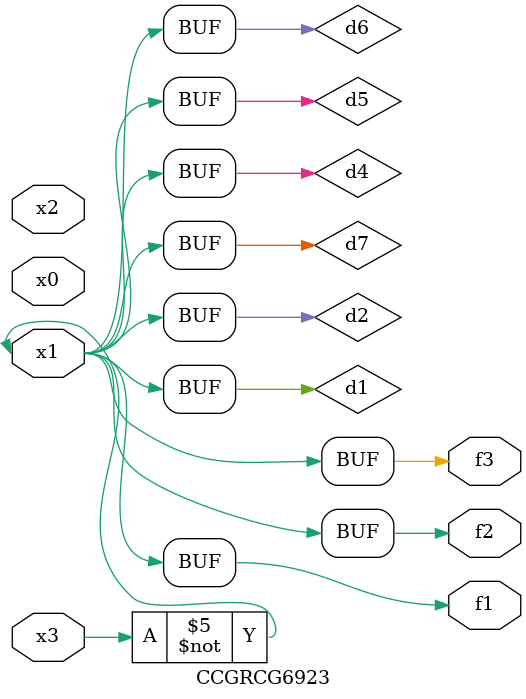
<source format=v>
module CCGRCG6923(
	input x0, x1, x2, x3,
	output f1, f2, f3
);

	wire d1, d2, d3, d4, d5, d6, d7;

	not (d1, x3);
	buf (d2, x1);
	xnor (d3, d1, d2);
	nor (d4, d1);
	buf (d5, d1, d2);
	buf (d6, d4, d5);
	nand (d7, d4);
	assign f1 = d6;
	assign f2 = d7;
	assign f3 = d6;
endmodule

</source>
